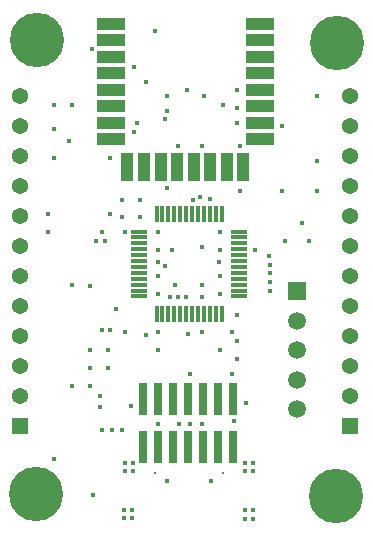
<source format=gbs>
G04*
G04 #@! TF.GenerationSoftware,Altium Limited,Altium Designer,25.8.1 (18)*
G04*
G04 Layer_Color=16711935*
%FSLAX25Y25*%
%MOIN*%
G70*
G04*
G04 #@! TF.SameCoordinates,D775D7AA-2E8E-4D3B-9509-54632A005B4D*
G04*
G04*
G04 #@! TF.FilePolarity,Negative*
G04*
G01*
G75*
%ADD32C,0.05394*%
%ADD33C,0.05937*%
%ADD34R,0.05937X0.05937*%
%ADD35C,0.18110*%
%ADD36R,0.05394X0.05394*%
%ADD37C,0.01280*%
%ADD38C,0.01772*%
%ADD54R,0.01181X0.05807*%
%ADD55R,0.05807X0.01181*%
%ADD56R,0.02913X0.10984*%
%ADD57R,0.09646X0.03937*%
%ADD58R,0.03937X0.09646*%
D32*
X245295Y111953D02*
D03*
X135295Y151953D02*
D03*
Y131953D02*
D03*
X245295D02*
D03*
Y121953D02*
D03*
Y101953D02*
D03*
X135295Y161953D02*
D03*
X245295Y191953D02*
D03*
X135295D02*
D03*
Y141953D02*
D03*
Y171953D02*
D03*
X245295Y91953D02*
D03*
Y161953D02*
D03*
X135295Y91953D02*
D03*
Y101953D02*
D03*
Y111953D02*
D03*
Y121953D02*
D03*
Y181953D02*
D03*
X245295Y141953D02*
D03*
Y151953D02*
D03*
Y171953D02*
D03*
Y181953D02*
D03*
D33*
X227461Y107283D02*
D03*
Y97441D02*
D03*
Y117126D02*
D03*
Y87598D02*
D03*
D34*
Y126969D02*
D03*
D35*
X240945Y209842D02*
D03*
X240551Y58661D02*
D03*
X140945Y210630D02*
D03*
X140551Y59449D02*
D03*
D36*
X245295Y81953D02*
D03*
X135295D02*
D03*
D37*
X180177Y66201D02*
D03*
X202933D02*
D03*
D38*
X205709Y99410D02*
D03*
X191206Y112749D02*
D03*
X177165Y112205D02*
D03*
X195866Y125000D02*
D03*
X170276Y146653D02*
D03*
X183563Y135318D02*
D03*
X167323Y121063D02*
D03*
X173228Y201772D02*
D03*
X162402Y146653D02*
D03*
X207677Y119095D02*
D03*
X195845Y141732D02*
D03*
X201612Y136811D02*
D03*
X192913Y157480D02*
D03*
X181319Y90976D02*
D03*
X164370Y101378D02*
D03*
X152559Y188976D02*
D03*
X234252Y170276D02*
D03*
X195866Y175197D02*
D03*
X201772Y146653D02*
D03*
Y125984D02*
D03*
Y74803D02*
D03*
X181102Y146653D02*
D03*
Y125984D02*
D03*
X174213Y183071D02*
D03*
X175197Y151575D02*
D03*
X169291D02*
D03*
X144685Y152559D02*
D03*
X144685Y146653D02*
D03*
X161909Y88386D02*
D03*
Y92126D02*
D03*
X158465Y95472D02*
D03*
X165354Y152559D02*
D03*
X177165Y196850D02*
D03*
X218504Y126969D02*
D03*
X213583Y140748D02*
D03*
X195866Y113189D02*
D03*
X198455Y157756D02*
D03*
X208661Y175197D02*
D03*
X165532Y205079D02*
D03*
X186024Y140748D02*
D03*
X207677Y110236D02*
D03*
X223425Y143701D02*
D03*
X184055Y161417D02*
D03*
X183601Y184263D02*
D03*
X163386Y143701D02*
D03*
X160630D02*
D03*
X205709Y113189D02*
D03*
X231496Y143701D02*
D03*
X218311Y138583D02*
D03*
X218504Y132874D02*
D03*
Y135827D02*
D03*
Y129921D02*
D03*
X207677Y104331D02*
D03*
X195245Y158268D02*
D03*
X180118Y213583D02*
D03*
X165354Y114173D02*
D03*
X162402D02*
D03*
X164370Y107283D02*
D03*
X234252Y191929D02*
D03*
X222441Y182087D02*
D03*
X202756Y188976D02*
D03*
X196650Y192129D02*
D03*
X234252Y160433D02*
D03*
X222441D02*
D03*
X229331Y149606D02*
D03*
X217520Y177165D02*
D03*
X201772Y140748D02*
D03*
Y131890D02*
D03*
X190945Y193898D02*
D03*
X187992Y175197D02*
D03*
X210630Y89567D02*
D03*
X212992Y66929D02*
D03*
Y53937D02*
D03*
Y69685D02*
D03*
Y51181D02*
D03*
X210236D02*
D03*
Y66929D02*
D03*
Y69685D02*
D03*
Y53937D02*
D03*
X195866Y128937D02*
D03*
X201772Y107283D02*
D03*
X187008Y128937D02*
D03*
X191929Y82677D02*
D03*
X184055Y191929D02*
D03*
Y187008D02*
D03*
X173228Y180118D02*
D03*
X181102Y140748D02*
D03*
X175197Y157480D02*
D03*
X181102Y131890D02*
D03*
X171024Y168484D02*
D03*
X165532Y210591D02*
D03*
Y216102D02*
D03*
Y199567D02*
D03*
X165291Y171433D02*
D03*
X169291Y157480D02*
D03*
X146653Y188976D02*
D03*
X152559Y128937D02*
D03*
X181102Y107283D02*
D03*
Y113189D02*
D03*
X172244Y88583D02*
D03*
X172835Y69685D02*
D03*
Y66929D02*
D03*
X172670Y51249D02*
D03*
X170079Y69685D02*
D03*
X172670Y54005D02*
D03*
X158465Y107283D02*
D03*
Y101378D02*
D03*
X152559Y95472D02*
D03*
X169291Y80709D02*
D03*
X165766Y80651D02*
D03*
X170079Y66929D02*
D03*
X169914Y51249D02*
D03*
Y54005D02*
D03*
X162402Y80709D02*
D03*
X208661Y160433D02*
D03*
X190453Y125000D02*
D03*
X187992D02*
D03*
X185039D02*
D03*
X170276Y113189D02*
D03*
X181102Y136811D02*
D03*
X146653Y171260D02*
D03*
Y181102D02*
D03*
X151575Y177165D02*
D03*
X164370D02*
D03*
X159326Y207800D02*
D03*
X207677Y193898D02*
D03*
Y187992D02*
D03*
Y183071D02*
D03*
X158563Y128839D02*
D03*
X181102Y82677D02*
D03*
X159449Y59055D02*
D03*
X206693Y83661D02*
D03*
X198819Y63622D02*
D03*
X191929Y99410D02*
D03*
X184055Y63672D02*
D03*
X188199Y82759D02*
D03*
X195733Y82836D02*
D03*
X146653Y70866D02*
D03*
D54*
X180728Y152709D02*
D03*
X182697D02*
D03*
X184665D02*
D03*
X186634D02*
D03*
X188602D02*
D03*
X190571D02*
D03*
X192539D02*
D03*
X194508D02*
D03*
X196476D02*
D03*
X198445D02*
D03*
X200413D02*
D03*
X202382D02*
D03*
Y119339D02*
D03*
X200413D02*
D03*
X198445D02*
D03*
X196476D02*
D03*
X194508D02*
D03*
X192539D02*
D03*
X190571D02*
D03*
X188602D02*
D03*
X186634D02*
D03*
X184665D02*
D03*
X182697D02*
D03*
X180728D02*
D03*
D55*
X208240Y146850D02*
D03*
Y144882D02*
D03*
Y142913D02*
D03*
Y140945D02*
D03*
Y138976D02*
D03*
Y137008D02*
D03*
Y135039D02*
D03*
Y133071D02*
D03*
Y131102D02*
D03*
Y129134D02*
D03*
Y127165D02*
D03*
Y125197D02*
D03*
X174870D02*
D03*
Y127165D02*
D03*
Y129134D02*
D03*
Y131102D02*
D03*
Y133071D02*
D03*
Y135039D02*
D03*
Y137008D02*
D03*
Y138976D02*
D03*
Y140945D02*
D03*
Y142913D02*
D03*
Y144882D02*
D03*
Y146850D02*
D03*
D56*
X176319Y90976D02*
D03*
X181319D02*
D03*
X201319Y74953D02*
D03*
X196319D02*
D03*
X191319D02*
D03*
X196319Y90976D02*
D03*
X201319D02*
D03*
X176319Y74953D02*
D03*
X181319D02*
D03*
X186319Y90976D02*
D03*
X191319D02*
D03*
X206319D02*
D03*
X186319Y74953D02*
D03*
X206319D02*
D03*
D57*
X165532Y194055D02*
D03*
Y205079D02*
D03*
X215098Y177520D02*
D03*
X165532Y216102D02*
D03*
Y210591D02*
D03*
Y199567D02*
D03*
X215098Y205079D02*
D03*
X165532Y188543D02*
D03*
Y183031D02*
D03*
Y177520D02*
D03*
X215098Y210591D02*
D03*
Y194055D02*
D03*
Y188543D02*
D03*
Y183031D02*
D03*
Y216102D02*
D03*
Y199567D02*
D03*
D58*
X171024Y168484D02*
D03*
X209606D02*
D03*
X204095D02*
D03*
X198583D02*
D03*
X193071D02*
D03*
X187559D02*
D03*
X182047D02*
D03*
X176535D02*
D03*
M02*

</source>
